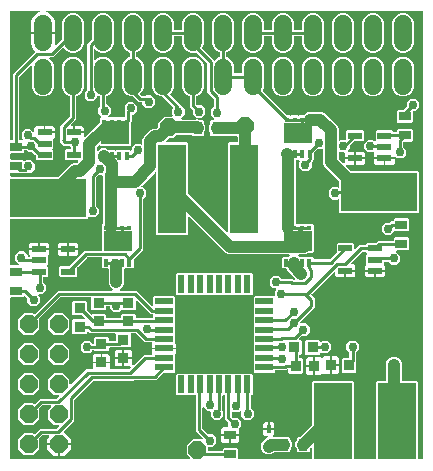
<source format=gbr>
G04 EAGLE Gerber RS-274X export*
G75*
%MOMM*%
%FSLAX34Y34*%
%LPD*%
%INTop Copper*%
%IPPOS*%
%AMOC8*
5,1,8,0,0,1.08239X$1,22.5*%
G01*
G04 Define Apertures*
%ADD10R,0.920900X0.970200*%
%ADD11R,0.970200X0.920900*%
%ADD12R,3.251200X6.451600*%
%ADD13R,6.451600X3.251200*%
%ADD14R,0.420000X0.640000*%
%ADD15R,1.200000X0.600000*%
%ADD16R,0.600000X1.500000*%
%ADD17R,1.500000X0.600000*%
%ADD18P,1.64956X8X22.5*%
%ADD19P,1.64956X8X112.5*%
%ADD20C,1.524000*%
%ADD21R,2.400000X7.500000*%
%ADD22R,0.900000X0.970200*%
%ADD23R,0.932600X0.970200*%
%ADD24R,0.420000X0.700000*%
%ADD25R,0.420000X0.450000*%
%ADD26R,2.370000X1.700000*%
%ADD27R,0.973900X0.798700*%
%ADD28R,0.798700X0.973900*%
%ADD29R,0.970200X0.900000*%
%ADD30R,0.970200X0.932600*%
%ADD31C,1.016000*%
%ADD32C,0.254000*%
%ADD33C,0.756400*%
G36*
X161646Y10220D02*
X161349Y10160D01*
X10922Y10160D01*
X10647Y10211D01*
X10392Y10375D01*
X10220Y10625D01*
X10160Y10922D01*
X10160Y146189D01*
X10211Y146463D01*
X10375Y146719D01*
X10625Y146890D01*
X10922Y146951D01*
X20530Y146951D01*
X21435Y147856D01*
X21470Y148049D01*
X21629Y148307D01*
X21877Y148483D01*
X22173Y148548D01*
X22471Y148492D01*
X22724Y148325D01*
X24471Y146578D01*
X24634Y146336D01*
X24694Y146039D01*
X24694Y142802D01*
X27802Y139694D01*
X32198Y139694D01*
X35306Y142802D01*
X35306Y147198D01*
X34111Y148393D01*
X33958Y148613D01*
X33888Y148908D01*
X33939Y149207D01*
X34102Y149462D01*
X34352Y149634D01*
X34649Y149694D01*
X37198Y149694D01*
X40306Y152802D01*
X40306Y157198D01*
X38017Y159487D01*
X37854Y159728D01*
X37794Y160025D01*
X37794Y163614D01*
X37845Y163889D01*
X38009Y164144D01*
X38259Y164316D01*
X38556Y164376D01*
X40931Y164376D01*
X41824Y165269D01*
X41824Y172531D01*
X41244Y173111D01*
X41086Y173342D01*
X41021Y173638D01*
X41077Y173936D01*
X41244Y174189D01*
X41824Y174769D01*
X41824Y182095D01*
X41805Y182123D01*
X41739Y182419D01*
X41795Y182718D01*
X41963Y182970D01*
X42840Y183848D01*
X42840Y187138D01*
X25760Y187138D01*
X25760Y183752D01*
X25744Y183663D01*
X25886Y183636D01*
X26139Y183469D01*
X26638Y182970D01*
X26796Y182740D01*
X26861Y182444D01*
X26805Y182146D01*
X26776Y182102D01*
X26776Y181956D01*
X26725Y181681D01*
X26561Y181426D01*
X26311Y181254D01*
X26014Y181194D01*
X25600Y181194D01*
X25326Y181245D01*
X25070Y181409D01*
X24899Y181659D01*
X24838Y181956D01*
X24838Y182930D01*
X24854Y183019D01*
X24712Y183045D01*
X24459Y183213D01*
X21730Y185942D01*
X17334Y185942D01*
X14226Y182834D01*
X14226Y178438D01*
X17074Y175590D01*
X17227Y175371D01*
X17297Y175076D01*
X17246Y174777D01*
X17083Y174521D01*
X16833Y174350D01*
X16535Y174290D01*
X10922Y174290D01*
X10647Y174341D01*
X10392Y174504D01*
X10220Y174754D01*
X10160Y175052D01*
X10160Y212874D01*
X10211Y213149D01*
X10375Y213404D01*
X10625Y213576D01*
X10922Y213636D01*
X75307Y213636D01*
X76216Y214544D01*
X76247Y214720D01*
X76406Y214978D01*
X76654Y215153D01*
X76950Y215218D01*
X77248Y215163D01*
X77501Y214995D01*
X77802Y214694D01*
X82198Y214694D01*
X85306Y217802D01*
X85306Y222198D01*
X83017Y224487D01*
X82854Y224728D01*
X82794Y225025D01*
X82794Y248527D01*
X82850Y248813D01*
X83017Y249066D01*
X84095Y250144D01*
X84337Y250307D01*
X84634Y250367D01*
X87634Y250367D01*
X87909Y250316D01*
X88164Y250153D01*
X88336Y249903D01*
X88396Y249605D01*
X88396Y209417D01*
X88340Y209131D01*
X88173Y208878D01*
X87926Y208631D01*
X87926Y187262D01*
X87875Y186987D01*
X87711Y186732D01*
X87461Y186560D01*
X87164Y186500D01*
X72949Y186500D01*
X60096Y173647D01*
X59854Y173484D01*
X59557Y173424D01*
X52669Y173424D01*
X51776Y172531D01*
X51776Y165269D01*
X52669Y164376D01*
X65931Y164376D01*
X66824Y165269D01*
X66824Y172157D01*
X66880Y172443D01*
X67047Y172696D01*
X75040Y180689D01*
X75282Y180852D01*
X75579Y180912D01*
X87164Y180912D01*
X87439Y180861D01*
X87694Y180697D01*
X87866Y180447D01*
X87926Y180150D01*
X87926Y172369D01*
X88819Y171476D01*
X92634Y171476D01*
X92909Y171425D01*
X93164Y171261D01*
X93336Y171011D01*
X93396Y170714D01*
X93396Y158686D01*
X94401Y156259D01*
X96259Y154401D01*
X96601Y154260D01*
X96821Y154120D01*
X97001Y153875D01*
X97071Y153580D01*
X97020Y153281D01*
X96856Y153026D01*
X96606Y152854D01*
X96309Y152794D01*
X50157Y152794D01*
X30723Y133360D01*
X30492Y133202D01*
X30196Y133137D01*
X29898Y133193D01*
X29645Y133360D01*
X29482Y133524D01*
X21906Y133524D01*
X16550Y128168D01*
X16550Y120592D01*
X21906Y115236D01*
X29482Y115236D01*
X34838Y120592D01*
X34838Y128168D01*
X34674Y128331D01*
X34516Y128562D01*
X34451Y128858D01*
X34507Y129156D01*
X34674Y129409D01*
X52248Y146983D01*
X52490Y147146D01*
X52787Y147206D01*
X77763Y147206D01*
X78038Y147155D01*
X78293Y146991D01*
X78465Y146741D01*
X78525Y146444D01*
X78525Y137110D01*
X79418Y136218D01*
X90382Y136218D01*
X91275Y137110D01*
X91275Y138790D01*
X91326Y139065D01*
X91490Y139320D01*
X91740Y139492D01*
X92037Y139552D01*
X93932Y139552D01*
X94207Y139501D01*
X94462Y139337D01*
X94634Y139087D01*
X94694Y138790D01*
X94694Y137802D01*
X97802Y134694D01*
X102198Y134694D01*
X103681Y136177D01*
X103911Y136335D01*
X104207Y136400D01*
X104506Y136344D01*
X104697Y136218D01*
X115682Y136218D01*
X116575Y137110D01*
X116575Y143734D01*
X116622Y143997D01*
X116781Y144255D01*
X117029Y144431D01*
X117325Y144496D01*
X117623Y144440D01*
X117876Y144273D01*
X129143Y133006D01*
X130514Y133006D01*
X130789Y132955D01*
X131044Y132791D01*
X131216Y132541D01*
X131276Y132244D01*
X131276Y132053D01*
X131329Y131812D01*
X131276Y131528D01*
X131276Y130682D01*
X131225Y130407D01*
X131061Y130152D01*
X130811Y129980D01*
X130514Y129920D01*
X121669Y129920D01*
X121620Y129871D01*
X121378Y129708D01*
X121081Y129648D01*
X117337Y129648D01*
X117062Y129699D01*
X116807Y129863D01*
X116635Y130113D01*
X116575Y130410D01*
X116575Y132090D01*
X115682Y132983D01*
X104718Y132983D01*
X103825Y132090D01*
X103825Y130410D01*
X103774Y130135D01*
X103610Y129880D01*
X103360Y129708D01*
X103063Y129648D01*
X92037Y129648D01*
X91762Y129699D01*
X91507Y129863D01*
X91335Y130113D01*
X91275Y130410D01*
X91275Y132090D01*
X90382Y132983D01*
X79418Y132983D01*
X79120Y132685D01*
X78890Y132527D01*
X78593Y132462D01*
X78295Y132517D01*
X78042Y132685D01*
X75523Y135204D01*
X75360Y135446D01*
X75300Y135743D01*
X75300Y142982D01*
X74407Y143875D01*
X63443Y143875D01*
X62550Y142982D01*
X62550Y132720D01*
X63443Y131827D01*
X70682Y131827D01*
X70968Y131771D01*
X71221Y131604D01*
X73025Y129800D01*
X73178Y129580D01*
X73248Y129285D01*
X73197Y128986D01*
X73033Y128731D01*
X72783Y128559D01*
X72486Y128499D01*
X63443Y128499D01*
X62550Y127606D01*
X62550Y117018D01*
X63443Y116125D01*
X74407Y116125D01*
X75300Y117018D01*
X75300Y117256D01*
X75347Y117520D01*
X75506Y117778D01*
X75754Y117953D01*
X76050Y118018D01*
X76348Y117963D01*
X76601Y117795D01*
X77734Y116662D01*
X98663Y116662D01*
X98938Y116610D01*
X99193Y116447D01*
X99365Y116197D01*
X99425Y115900D01*
X99425Y110977D01*
X99374Y110702D01*
X99210Y110446D01*
X98960Y110275D01*
X98663Y110215D01*
X94437Y110215D01*
X94162Y110266D01*
X93907Y110429D01*
X93735Y110679D01*
X93675Y110977D01*
X93675Y112656D01*
X92782Y113549D01*
X81818Y113549D01*
X80925Y112656D01*
X80925Y108556D01*
X80874Y108281D01*
X80710Y108026D01*
X80460Y107854D01*
X80163Y107794D01*
X80025Y107794D01*
X79739Y107850D01*
X79487Y108017D01*
X77198Y110306D01*
X72802Y110306D01*
X69694Y107198D01*
X69694Y102802D01*
X72802Y99694D01*
X77198Y99694D01*
X79487Y101983D01*
X79728Y102146D01*
X80025Y102206D01*
X80588Y102206D01*
X80874Y102150D01*
X81127Y101983D01*
X81818Y101292D01*
X92782Y101292D01*
X93675Y102185D01*
X93675Y103865D01*
X93726Y104139D01*
X93890Y104395D01*
X94140Y104566D01*
X94437Y104627D01*
X103232Y104627D01*
X103400Y104794D01*
X103641Y104957D01*
X103938Y105018D01*
X111282Y105018D01*
X112175Y105910D01*
X112175Y115900D01*
X112226Y116174D01*
X112390Y116430D01*
X112640Y116601D01*
X112937Y116662D01*
X115872Y116662D01*
X116158Y116606D01*
X116410Y116438D01*
X123843Y109006D01*
X129574Y109006D01*
X129838Y108959D01*
X130096Y108800D01*
X130271Y108552D01*
X130336Y108256D01*
X130281Y107958D01*
X130260Y107927D01*
X130260Y104562D01*
X150340Y104562D01*
X150340Y107852D01*
X149547Y108645D01*
X149384Y108887D01*
X149324Y109184D01*
X149324Y115547D01*
X149271Y115788D01*
X149324Y116072D01*
X149324Y123547D01*
X149271Y123788D01*
X149324Y124072D01*
X149324Y131547D01*
X149271Y131788D01*
X149324Y132072D01*
X149324Y139547D01*
X149271Y139788D01*
X149324Y140072D01*
X149324Y147431D01*
X148431Y148324D01*
X132169Y148324D01*
X131276Y147431D01*
X131276Y140615D01*
X131229Y140352D01*
X131070Y140094D01*
X130822Y139918D01*
X130526Y139853D01*
X130228Y139909D01*
X129975Y140076D01*
X117257Y152794D01*
X103691Y152794D01*
X103433Y152839D01*
X103174Y152996D01*
X102997Y153242D01*
X102929Y153538D01*
X102983Y153836D01*
X103148Y154091D01*
X103400Y154260D01*
X103741Y154401D01*
X105599Y156259D01*
X106604Y158686D01*
X106604Y170714D01*
X106655Y170989D01*
X106819Y171244D01*
X107069Y171416D01*
X107260Y171454D01*
X107261Y171456D01*
X107492Y171614D01*
X107788Y171679D01*
X108086Y171623D01*
X108308Y171476D01*
X113781Y171476D01*
X114674Y172369D01*
X114674Y178908D01*
X114730Y179194D01*
X114897Y179447D01*
X122794Y187344D01*
X122794Y229975D01*
X122850Y230261D01*
X123017Y230513D01*
X125306Y232802D01*
X125306Y237198D01*
X122198Y240306D01*
X121797Y240306D01*
X121534Y240353D01*
X121276Y240512D01*
X121100Y240760D01*
X121035Y241056D01*
X121091Y241354D01*
X121258Y241607D01*
X132375Y252724D01*
X132595Y252877D01*
X132890Y252947D01*
X133189Y252896D01*
X133444Y252732D01*
X133616Y252482D01*
X133676Y252185D01*
X133676Y201069D01*
X134569Y200176D01*
X159831Y200176D01*
X160724Y201069D01*
X160724Y214497D01*
X160771Y214760D01*
X160930Y215018D01*
X161178Y215194D01*
X161474Y215259D01*
X161772Y215203D01*
X162025Y215036D01*
X192659Y184401D01*
X195086Y183396D01*
X245967Y183396D01*
X246230Y183349D01*
X246488Y183190D01*
X246664Y182942D01*
X246729Y182646D01*
X246673Y182348D01*
X246506Y182095D01*
X246158Y181747D01*
X245916Y181584D01*
X245619Y181524D01*
X241019Y181524D01*
X240126Y180631D01*
X240126Y172369D01*
X241019Y171476D01*
X243421Y171476D01*
X243702Y171423D01*
X243956Y171257D01*
X244125Y171006D01*
X244651Y169735D01*
X251016Y163371D01*
X251169Y163151D01*
X251239Y162856D01*
X251188Y162557D01*
X251024Y162302D01*
X250774Y162130D01*
X250477Y162070D01*
X250361Y162070D01*
X250075Y162126D01*
X249823Y162293D01*
X249322Y162794D01*
X240025Y162794D01*
X239739Y162850D01*
X239487Y163017D01*
X237198Y165306D01*
X232802Y165306D01*
X229694Y162198D01*
X229694Y157802D01*
X232802Y154694D01*
X234711Y154694D01*
X234974Y154647D01*
X235232Y154488D01*
X235407Y154240D01*
X235472Y153944D01*
X235417Y153646D01*
X235249Y153393D01*
X234054Y152198D01*
X234054Y149086D01*
X234003Y148811D01*
X233839Y148556D01*
X233589Y148384D01*
X233292Y148324D01*
X217169Y148324D01*
X216276Y147431D01*
X216276Y140053D01*
X216329Y139812D01*
X216276Y139528D01*
X216276Y132053D01*
X216329Y131812D01*
X216276Y131528D01*
X216276Y124053D01*
X216329Y123812D01*
X216276Y123528D01*
X216276Y116053D01*
X216329Y115812D01*
X216276Y115528D01*
X216276Y108053D01*
X216329Y107812D01*
X216276Y107528D01*
X216276Y100053D01*
X216329Y99812D01*
X216276Y99528D01*
X216276Y92053D01*
X216329Y91812D01*
X216276Y91528D01*
X216276Y84169D01*
X217169Y83276D01*
X233431Y83276D01*
X234324Y84169D01*
X234324Y84868D01*
X234375Y85143D01*
X234539Y85398D01*
X234789Y85570D01*
X235086Y85630D01*
X243881Y85630D01*
X244134Y85883D01*
X244376Y86046D01*
X244673Y86106D01*
X244863Y86106D01*
X245138Y86055D01*
X245393Y85891D01*
X245565Y85641D01*
X245625Y85344D01*
X245625Y83418D01*
X246518Y82525D01*
X257106Y82525D01*
X257999Y83418D01*
X257999Y94382D01*
X257106Y95275D01*
X255368Y95275D01*
X255093Y95326D01*
X254838Y95490D01*
X254666Y95740D01*
X254606Y96037D01*
X254606Y97463D01*
X254657Y97738D01*
X254821Y97993D01*
X255071Y98165D01*
X255368Y98225D01*
X255790Y98225D01*
X256683Y99118D01*
X256683Y110082D01*
X255790Y110975D01*
X255309Y110975D01*
X255046Y111022D01*
X254788Y111181D01*
X254612Y111429D01*
X254547Y111725D01*
X254603Y112023D01*
X254770Y112276D01*
X256722Y114228D01*
X256964Y114391D01*
X257261Y114451D01*
X260498Y114451D01*
X263606Y117559D01*
X263606Y121955D01*
X260498Y125063D01*
X256068Y125063D01*
X255793Y125114D01*
X255538Y125278D01*
X255366Y125528D01*
X255306Y125825D01*
X255306Y126039D01*
X255362Y126325D01*
X255529Y126578D01*
X267794Y138843D01*
X267794Y146157D01*
X265196Y148755D01*
X265038Y148985D01*
X264973Y149282D01*
X265029Y149580D01*
X265196Y149832D01*
X283999Y168635D01*
X284219Y168788D01*
X284514Y168858D01*
X284813Y168807D01*
X285068Y168644D01*
X285240Y168394D01*
X285300Y168096D01*
X285300Y165424D01*
X286788Y163936D01*
X293078Y163936D01*
X293078Y170238D01*
X302380Y170238D01*
X302380Y173528D01*
X300892Y175016D01*
X299122Y175016D01*
X298859Y175063D01*
X298601Y175222D01*
X298425Y175470D01*
X298360Y175766D01*
X298416Y176064D01*
X298583Y176317D01*
X307725Y185459D01*
X307967Y185622D01*
X308264Y185682D01*
X310554Y185682D01*
X310829Y185631D01*
X311084Y185467D01*
X311256Y185217D01*
X311316Y184920D01*
X311316Y184845D01*
X311896Y184265D01*
X312054Y184034D01*
X312119Y183738D01*
X312063Y183440D01*
X311896Y183187D01*
X311316Y182607D01*
X311316Y175281D01*
X311336Y175253D01*
X311401Y174957D01*
X311345Y174658D01*
X311178Y174406D01*
X310300Y173528D01*
X310300Y170238D01*
X327380Y170238D01*
X327380Y173528D01*
X326503Y174406D01*
X326345Y174636D01*
X326279Y174932D01*
X326335Y175230D01*
X326364Y175274D01*
X326364Y176444D01*
X326415Y176719D01*
X326579Y176974D01*
X326829Y177146D01*
X327126Y177206D01*
X329975Y177206D01*
X330261Y177150D01*
X330513Y176983D01*
X332802Y174694D01*
X337198Y174694D01*
X340306Y177802D01*
X340306Y182198D01*
X337074Y185430D01*
X336921Y185649D01*
X336851Y185944D01*
X336902Y186243D01*
X337066Y186499D01*
X337316Y186670D01*
X337613Y186731D01*
X346701Y186731D01*
X347594Y187623D01*
X347594Y196873D01*
X346701Y197766D01*
X335699Y197766D01*
X334807Y196873D01*
X334807Y195804D01*
X334755Y195529D01*
X334592Y195274D01*
X334342Y195102D01*
X334045Y195042D01*
X321455Y195042D01*
X319636Y193223D01*
X319394Y193060D01*
X319097Y193000D01*
X312209Y193000D01*
X311316Y192107D01*
X311316Y192032D01*
X311265Y191757D01*
X311101Y191502D01*
X310851Y191330D01*
X310554Y191270D01*
X305634Y191270D01*
X302665Y188301D01*
X302445Y188148D01*
X302150Y188078D01*
X301851Y188129D01*
X301596Y188292D01*
X301424Y188542D01*
X301364Y188840D01*
X301364Y192107D01*
X300471Y193000D01*
X287209Y193000D01*
X286316Y192107D01*
X286316Y185219D01*
X286260Y184933D01*
X286093Y184680D01*
X280930Y179517D01*
X280688Y179354D01*
X280391Y179294D01*
X267636Y179294D01*
X267361Y179345D01*
X267106Y179509D01*
X266934Y179759D01*
X266874Y180056D01*
X266874Y180631D01*
X265981Y181524D01*
X260510Y181524D01*
X260308Y181386D01*
X260012Y181321D01*
X259714Y181377D01*
X259492Y181524D01*
X254881Y181524D01*
X254595Y181580D01*
X254342Y181747D01*
X253994Y182095D01*
X253841Y182315D01*
X253771Y182610D01*
X253822Y182909D01*
X253986Y183164D01*
X254236Y183336D01*
X254533Y183396D01*
X259814Y183396D01*
X262241Y184401D01*
X262592Y184753D01*
X262834Y184916D01*
X263131Y184976D01*
X265981Y184976D01*
X266874Y185869D01*
X266874Y208631D01*
X265981Y209524D01*
X260510Y209524D01*
X260308Y209386D01*
X260012Y209321D01*
X259714Y209377D01*
X259492Y209524D01*
X254010Y209524D01*
X253808Y209386D01*
X253512Y209321D01*
X253214Y209377D01*
X252992Y209524D01*
X252366Y209524D01*
X252091Y209575D01*
X251836Y209739D01*
X251664Y209989D01*
X251604Y210286D01*
X251604Y262314D01*
X251655Y262589D01*
X251819Y262844D01*
X252069Y263016D01*
X252366Y263076D01*
X253591Y263076D01*
X253792Y263214D01*
X254088Y263279D01*
X254386Y263223D01*
X254639Y263056D01*
X254658Y263037D01*
X254702Y263029D01*
X254960Y262870D01*
X255135Y262622D01*
X255200Y262326D01*
X255145Y262028D01*
X254977Y261775D01*
X254694Y261492D01*
X254694Y257096D01*
X257802Y253988D01*
X262198Y253988D01*
X265306Y257096D01*
X265306Y261039D01*
X265362Y261325D01*
X265529Y261578D01*
X266644Y262693D01*
X266644Y262823D01*
X266700Y263109D01*
X266867Y263362D01*
X267474Y263969D01*
X267474Y269745D01*
X267530Y270031D01*
X267697Y270284D01*
X269678Y272265D01*
X269920Y272428D01*
X270217Y272488D01*
X273454Y272488D01*
X273737Y272771D01*
X273957Y272924D01*
X274252Y272994D01*
X274551Y272943D01*
X274806Y272780D01*
X274978Y272530D01*
X275038Y272233D01*
X275038Y260511D01*
X276043Y258084D01*
X288577Y245551D01*
X288740Y245309D01*
X288800Y245012D01*
X288800Y240543D01*
X288753Y240280D01*
X288594Y240022D01*
X288346Y239847D01*
X288050Y239782D01*
X287752Y239837D01*
X287499Y240005D01*
X287198Y240306D01*
X282802Y240306D01*
X279694Y237198D01*
X279694Y232802D01*
X282802Y229694D01*
X287198Y229694D01*
X287499Y229995D01*
X287719Y230148D01*
X288014Y230218D01*
X288313Y230167D01*
X288568Y230004D01*
X288740Y229754D01*
X288800Y229457D01*
X288800Y219529D01*
X289693Y218636D01*
X355471Y218636D01*
X356364Y219529D01*
X356364Y253303D01*
X355471Y254196D01*
X298926Y254196D01*
X298640Y254252D01*
X298387Y254419D01*
X294747Y258059D01*
X294594Y258279D01*
X294525Y258574D01*
X294575Y258873D01*
X294739Y259128D01*
X294989Y259300D01*
X295286Y259360D01*
X301145Y259360D01*
X301145Y264138D01*
X293367Y264138D01*
X293367Y261280D01*
X293320Y261016D01*
X293160Y260758D01*
X292913Y260583D01*
X292617Y260518D01*
X292319Y260573D01*
X292066Y260741D01*
X288469Y264337D01*
X288306Y264579D01*
X288246Y264876D01*
X288246Y269439D01*
X288293Y269702D01*
X288452Y269960D01*
X288700Y270135D01*
X288996Y270200D01*
X289294Y270145D01*
X289547Y269977D01*
X289830Y269694D01*
X292605Y269694D01*
X292879Y269643D01*
X293135Y269479D01*
X293306Y269229D01*
X293367Y268932D01*
X293367Y265662D01*
X301145Y265662D01*
X301145Y270440D01*
X296811Y270440D01*
X296548Y270487D01*
X296290Y270646D01*
X296115Y270894D01*
X296050Y271190D01*
X296105Y271488D01*
X296273Y271741D01*
X297334Y272802D01*
X297334Y275061D01*
X297390Y275347D01*
X297557Y275599D01*
X301111Y279153D01*
X301352Y279316D01*
X301649Y279376D01*
X308538Y279376D01*
X309431Y280269D01*
X309431Y287531D01*
X308538Y288424D01*
X295275Y288424D01*
X294383Y287531D01*
X294383Y281068D01*
X294331Y280793D01*
X294168Y280538D01*
X293918Y280366D01*
X293621Y280306D01*
X289830Y280306D01*
X289547Y280023D01*
X289327Y279870D01*
X289032Y279800D01*
X288733Y279851D01*
X288478Y280014D01*
X288306Y280264D01*
X288246Y280561D01*
X288246Y289672D01*
X287241Y292099D01*
X276391Y302949D01*
X273964Y303954D01*
X262536Y303954D01*
X260109Y302949D01*
X258508Y301347D01*
X258266Y301184D01*
X257969Y301124D01*
X254610Y301124D01*
X254408Y300986D01*
X254112Y300921D01*
X253814Y300977D01*
X253592Y301124D01*
X248110Y301124D01*
X247908Y300986D01*
X247612Y300921D01*
X247314Y300977D01*
X247092Y301124D01*
X244843Y301124D01*
X244557Y301180D01*
X244304Y301347D01*
X223964Y321687D01*
X223804Y321923D01*
X223741Y322220D01*
X223799Y322517D01*
X224644Y324557D01*
X224644Y343435D01*
X223252Y346796D01*
X220680Y349368D01*
X217319Y350760D01*
X213681Y350760D01*
X210320Y349368D01*
X207748Y346796D01*
X206356Y343435D01*
X206356Y337552D01*
X206305Y337277D01*
X206141Y337022D01*
X205891Y336850D01*
X205594Y336790D01*
X200006Y336790D01*
X199731Y336841D01*
X199476Y337005D01*
X199304Y337255D01*
X199244Y337552D01*
X199244Y343435D01*
X197852Y346796D01*
X195280Y349368D01*
X193464Y350120D01*
X193226Y350276D01*
X193054Y350527D01*
X192994Y350824D01*
X192994Y354131D01*
X193047Y354411D01*
X193213Y354665D01*
X193464Y354835D01*
X195380Y355628D01*
X197952Y358200D01*
X199344Y361561D01*
X199344Y380439D01*
X197952Y383800D01*
X195380Y386372D01*
X192019Y387764D01*
X188381Y387764D01*
X185020Y386372D01*
X182448Y383800D01*
X181056Y380439D01*
X181056Y361561D01*
X182448Y358200D01*
X185020Y355628D01*
X186936Y354835D01*
X187174Y354678D01*
X187346Y354428D01*
X187406Y354131D01*
X187406Y350907D01*
X187353Y350626D01*
X187187Y350372D01*
X186936Y350203D01*
X184920Y349368D01*
X183313Y347760D01*
X183082Y347602D01*
X182786Y347537D01*
X182488Y347593D01*
X182235Y347760D01*
X180620Y349375D01*
X172690Y357305D01*
X172530Y357541D01*
X172467Y357838D01*
X172525Y358135D01*
X173944Y361561D01*
X173944Y380439D01*
X172552Y383800D01*
X169980Y386372D01*
X166619Y387764D01*
X162981Y387764D01*
X159620Y386372D01*
X157048Y383800D01*
X155656Y380439D01*
X155656Y374556D01*
X155605Y374281D01*
X155441Y374026D01*
X155191Y373854D01*
X154894Y373794D01*
X149306Y373794D01*
X149031Y373845D01*
X148776Y374009D01*
X148604Y374259D01*
X148544Y374556D01*
X148544Y380439D01*
X147152Y383800D01*
X144580Y386372D01*
X141219Y387764D01*
X137581Y387764D01*
X134220Y386372D01*
X131648Y383800D01*
X130256Y380439D01*
X130256Y361561D01*
X131648Y358200D01*
X134220Y355628D01*
X137581Y354236D01*
X141219Y354236D01*
X144580Y355628D01*
X147152Y358200D01*
X148544Y361561D01*
X148544Y367444D01*
X148595Y367719D01*
X148759Y367974D01*
X149009Y368146D01*
X149306Y368206D01*
X154894Y368206D01*
X155169Y368155D01*
X155424Y367991D01*
X155596Y367741D01*
X155656Y367444D01*
X155656Y361561D01*
X157048Y358200D01*
X159620Y355628D01*
X162981Y354236D01*
X166619Y354236D01*
X167024Y354404D01*
X167303Y354462D01*
X167601Y354406D01*
X167854Y354238D01*
X176669Y345424D01*
X176832Y345182D01*
X176892Y344885D01*
X176892Y320905D01*
X181983Y315814D01*
X182146Y315573D01*
X182206Y315275D01*
X182206Y308449D01*
X182150Y308163D01*
X181983Y307911D01*
X179694Y305622D01*
X179694Y301226D01*
X182826Y298094D01*
X182979Y297875D01*
X183049Y297580D01*
X182998Y297281D01*
X182834Y297025D01*
X182584Y296854D01*
X182287Y296794D01*
X180427Y296794D01*
X179535Y295901D01*
X179535Y294488D01*
X179477Y294197D01*
X178448Y291714D01*
X178448Y289086D01*
X179477Y286603D01*
X179535Y286312D01*
X179535Y284899D01*
X180427Y284007D01*
X183079Y284007D01*
X183370Y283949D01*
X183738Y283796D01*
X201734Y283796D01*
X202009Y283745D01*
X202264Y283581D01*
X202436Y283331D01*
X202496Y283034D01*
X202496Y278986D01*
X202445Y278711D01*
X202281Y278456D01*
X202031Y278284D01*
X201734Y278224D01*
X195569Y278224D01*
X194676Y277331D01*
X194676Y202903D01*
X194629Y202640D01*
X194470Y202382D01*
X194222Y202206D01*
X193926Y202141D01*
X193628Y202197D01*
X193375Y202364D01*
X160947Y234792D01*
X160784Y235034D01*
X160724Y235331D01*
X160724Y277331D01*
X159831Y278224D01*
X142603Y278224D01*
X142340Y278271D01*
X142082Y278430D01*
X141906Y278678D01*
X141841Y278974D01*
X141897Y279272D01*
X142064Y279525D01*
X144172Y281633D01*
X144414Y281796D01*
X144711Y281856D01*
X147988Y281856D01*
X150304Y284173D01*
X150546Y284336D01*
X150843Y284396D01*
X163418Y284396D01*
X163704Y284340D01*
X163957Y284173D01*
X164123Y284007D01*
X166775Y284007D01*
X167066Y283949D01*
X167434Y283796D01*
X170062Y283796D01*
X170430Y283949D01*
X170721Y284007D01*
X173373Y284007D01*
X174266Y284899D01*
X174266Y286312D01*
X174324Y286603D01*
X175352Y289086D01*
X175352Y291714D01*
X174324Y294197D01*
X174266Y294488D01*
X174266Y295901D01*
X173373Y296794D01*
X171570Y296794D01*
X171278Y296852D01*
X169437Y297614D01*
X169217Y297754D01*
X169037Y297999D01*
X168967Y298294D01*
X169018Y298593D01*
X169182Y298848D01*
X169432Y299020D01*
X169729Y299080D01*
X172198Y299080D01*
X175306Y302188D01*
X175306Y306584D01*
X172198Y309692D01*
X168961Y309692D01*
X168675Y309748D01*
X168422Y309915D01*
X167717Y310620D01*
X167554Y310862D01*
X167494Y311159D01*
X167494Y317127D01*
X167547Y317407D01*
X167713Y317661D01*
X167964Y317831D01*
X169880Y318624D01*
X172452Y321196D01*
X173844Y324557D01*
X173844Y343435D01*
X172452Y346796D01*
X169880Y349368D01*
X166519Y350760D01*
X162881Y350760D01*
X159520Y349368D01*
X156948Y346796D01*
X155556Y343435D01*
X155556Y324557D01*
X156948Y321196D01*
X159520Y318624D01*
X161436Y317831D01*
X161674Y317674D01*
X161846Y317424D01*
X161906Y317127D01*
X161906Y308529D01*
X164471Y305964D01*
X164634Y305722D01*
X164694Y305425D01*
X164694Y302188D01*
X167977Y298905D01*
X168130Y298685D01*
X168200Y298390D01*
X168149Y298091D01*
X167986Y297836D01*
X167736Y297664D01*
X167439Y297604D01*
X155371Y297604D01*
X155108Y297651D01*
X154850Y297810D01*
X154675Y298058D01*
X154610Y298354D01*
X154665Y298652D01*
X154833Y298905D01*
X157785Y301857D01*
X157785Y306253D01*
X154621Y309416D01*
X154620Y309416D01*
X154367Y309584D01*
X153413Y310538D01*
X145442Y318509D01*
X145284Y318740D01*
X145219Y319036D01*
X145275Y319334D01*
X145442Y319587D01*
X147052Y321196D01*
X148444Y324557D01*
X148444Y343435D01*
X147052Y346796D01*
X144480Y349368D01*
X141119Y350760D01*
X137481Y350760D01*
X134120Y349368D01*
X131548Y346796D01*
X130156Y343435D01*
X130156Y324557D01*
X131548Y321196D01*
X134120Y318624D01*
X137481Y317232D01*
X138501Y317232D01*
X138787Y317176D01*
X139040Y317009D01*
X147946Y308103D01*
X148104Y307873D01*
X148169Y307576D01*
X148113Y307278D01*
X147946Y307025D01*
X147173Y306253D01*
X147173Y301857D01*
X147585Y301445D01*
X147738Y301225D01*
X147808Y300930D01*
X147757Y300631D01*
X147593Y300376D01*
X147343Y300204D01*
X147046Y300144D01*
X140412Y300144D01*
X135056Y294788D01*
X135056Y291511D01*
X135000Y291225D01*
X134833Y290972D01*
X133992Y290131D01*
X133750Y289968D01*
X133453Y289908D01*
X131151Y289908D01*
X128724Y288903D01*
X122997Y283176D01*
X121992Y280749D01*
X121992Y277032D01*
X121945Y276768D01*
X121786Y276510D01*
X121538Y276335D01*
X121242Y276270D01*
X120944Y276325D01*
X120691Y276493D01*
X120408Y276776D01*
X116012Y276776D01*
X112904Y273668D01*
X112904Y272041D01*
X112857Y271778D01*
X112698Y271520D01*
X112450Y271344D01*
X112154Y271279D01*
X111856Y271335D01*
X111603Y271502D01*
X111581Y271524D01*
X106110Y271524D01*
X105908Y271386D01*
X105612Y271321D01*
X105314Y271377D01*
X105092Y271524D01*
X99610Y271524D01*
X99408Y271386D01*
X99112Y271321D01*
X98814Y271377D01*
X98592Y271524D01*
X94166Y271524D01*
X93880Y271580D01*
X93838Y271608D01*
X93541Y271731D01*
X93294Y271896D01*
X93091Y272099D01*
X90664Y273104D01*
X88036Y273104D01*
X85609Y272099D01*
X84609Y271098D01*
X84389Y270945D01*
X84094Y270875D01*
X83795Y270926D01*
X83540Y271090D01*
X83368Y271340D01*
X83308Y271637D01*
X83308Y273653D01*
X83364Y273939D01*
X83531Y274192D01*
X84928Y275589D01*
X85159Y275747D01*
X85455Y275812D01*
X85753Y275756D01*
X86006Y275589D01*
X86619Y274976D01*
X111581Y274976D01*
X112474Y275869D01*
X112474Y295107D01*
X112530Y295393D01*
X112697Y295646D01*
X112794Y295743D01*
X112794Y301082D01*
X112845Y301357D01*
X113009Y301612D01*
X113259Y301784D01*
X113556Y301844D01*
X114348Y301844D01*
X117456Y304952D01*
X117456Y309348D01*
X114348Y312456D01*
X109952Y312456D01*
X106844Y309348D01*
X106844Y304952D01*
X106983Y304813D01*
X107146Y304572D01*
X107206Y304275D01*
X107206Y300286D01*
X107155Y300011D01*
X106991Y299756D01*
X106741Y299584D01*
X106444Y299524D01*
X106110Y299524D01*
X105908Y299386D01*
X105612Y299321D01*
X105314Y299377D01*
X105092Y299524D01*
X99610Y299524D01*
X99408Y299386D01*
X99112Y299321D01*
X98814Y299377D01*
X98592Y299524D01*
X93867Y299524D01*
X93604Y299571D01*
X93346Y299730D01*
X93171Y299978D01*
X93106Y300274D01*
X93161Y300572D01*
X93329Y300825D01*
X95306Y302802D01*
X95306Y307198D01*
X92198Y310306D01*
X92056Y310306D01*
X91781Y310357D01*
X91526Y310521D01*
X91354Y310771D01*
X91294Y311068D01*
X91294Y317127D01*
X91347Y317407D01*
X91513Y317661D01*
X91764Y317831D01*
X93680Y318624D01*
X96252Y321196D01*
X97644Y324557D01*
X97644Y343435D01*
X96252Y346796D01*
X93680Y349368D01*
X90319Y350760D01*
X86681Y350760D01*
X83320Y349368D01*
X82181Y348228D01*
X81961Y348075D01*
X81666Y348006D01*
X81367Y348056D01*
X81112Y348220D01*
X80940Y348470D01*
X80880Y348767D01*
X80880Y356329D01*
X80927Y356592D01*
X81086Y356850D01*
X81334Y357026D01*
X81630Y357091D01*
X81928Y357035D01*
X82181Y356868D01*
X83420Y355628D01*
X86781Y354236D01*
X90419Y354236D01*
X93780Y355628D01*
X96352Y358200D01*
X97744Y361561D01*
X97744Y380439D01*
X96352Y383800D01*
X93780Y386372D01*
X90419Y387764D01*
X86781Y387764D01*
X83420Y386372D01*
X80848Y383800D01*
X79456Y380439D01*
X79456Y366123D01*
X79400Y365837D01*
X79233Y365584D01*
X75292Y361643D01*
X75292Y323111D01*
X75236Y322825D01*
X75069Y322573D01*
X72992Y320496D01*
X72992Y316100D01*
X76100Y312992D01*
X80496Y312992D01*
X83604Y316100D01*
X83604Y317366D01*
X83653Y317635D01*
X83814Y317892D01*
X84063Y318065D01*
X84360Y318128D01*
X84657Y318070D01*
X85236Y317831D01*
X85474Y317674D01*
X85646Y317424D01*
X85706Y317127D01*
X85706Y308525D01*
X85650Y308239D01*
X85483Y307987D01*
X84694Y307198D01*
X84694Y302802D01*
X86757Y300740D01*
X86915Y300509D01*
X86980Y300213D01*
X86924Y299915D01*
X86757Y299662D01*
X85726Y298631D01*
X85726Y295381D01*
X85670Y295095D01*
X85503Y294842D01*
X73941Y283280D01*
X73721Y283127D01*
X73426Y283057D01*
X73127Y283108D01*
X72872Y283272D01*
X72700Y283522D01*
X72640Y283819D01*
X72640Y285938D01*
X63338Y285938D01*
X63338Y292240D01*
X62480Y292240D01*
X62216Y292287D01*
X61958Y292446D01*
X61783Y292694D01*
X61718Y292990D01*
X61773Y293288D01*
X61941Y293541D01*
X65894Y297494D01*
X65894Y317127D01*
X65947Y317407D01*
X66113Y317661D01*
X66364Y317831D01*
X68280Y318624D01*
X70852Y321196D01*
X72244Y324557D01*
X72244Y343435D01*
X70852Y346796D01*
X68280Y349368D01*
X64919Y350760D01*
X61281Y350760D01*
X57920Y349368D01*
X55348Y346796D01*
X53956Y343435D01*
X53956Y324557D01*
X55348Y321196D01*
X57920Y318624D01*
X59836Y317831D01*
X60074Y317674D01*
X60246Y317424D01*
X60306Y317127D01*
X60306Y300124D01*
X60250Y299838D01*
X60083Y299585D01*
X52512Y292015D01*
X52512Y281779D01*
X52456Y281493D01*
X52289Y281240D01*
X52206Y281157D01*
X52206Y278843D01*
X55449Y275600D01*
X59975Y275600D01*
X60261Y275544D01*
X60513Y275377D01*
X61083Y274807D01*
X61246Y274566D01*
X61306Y274269D01*
X61306Y272986D01*
X61255Y272711D01*
X61091Y272456D01*
X60841Y272284D01*
X60544Y272224D01*
X57469Y272224D01*
X56576Y271331D01*
X56576Y264069D01*
X57469Y263176D01*
X66736Y263176D01*
X67000Y263129D01*
X67258Y262970D01*
X67433Y262722D01*
X67498Y262426D01*
X67443Y262128D01*
X67275Y261875D01*
X66259Y260859D01*
X66018Y260696D01*
X65720Y260636D01*
X63720Y260636D01*
X61293Y259631D01*
X51082Y249419D01*
X50840Y249256D01*
X50543Y249196D01*
X10922Y249196D01*
X10647Y249247D01*
X10392Y249411D01*
X10220Y249661D01*
X10160Y249958D01*
X10160Y251910D01*
X10211Y252185D01*
X10375Y252440D01*
X10625Y252612D01*
X10922Y252672D01*
X16280Y252672D01*
X16566Y252616D01*
X16819Y252449D01*
X17062Y252206D01*
X23563Y252206D01*
X23806Y252449D01*
X24048Y252612D01*
X24345Y252672D01*
X27582Y252672D01*
X30690Y255780D01*
X30690Y260176D01*
X27582Y263284D01*
X23186Y263284D01*
X22608Y262706D01*
X22378Y262548D01*
X22082Y262483D01*
X21784Y262539D01*
X21531Y262706D01*
X20530Y263707D01*
X10922Y263707D01*
X10647Y263758D01*
X10392Y263922D01*
X10220Y264172D01*
X10160Y264469D01*
X10160Y268214D01*
X10211Y268489D01*
X10375Y268744D01*
X10625Y268916D01*
X10922Y268976D01*
X20530Y268976D01*
X21423Y269869D01*
X21423Y270938D01*
X21474Y271212D01*
X21638Y271468D01*
X21888Y271639D01*
X22185Y271700D01*
X23275Y271700D01*
X23561Y271644D01*
X23814Y271476D01*
X25596Y269694D01*
X28833Y269694D01*
X29119Y269638D01*
X29372Y269471D01*
X31353Y267490D01*
X31516Y267248D01*
X31576Y266951D01*
X31576Y264069D01*
X32469Y263176D01*
X45731Y263176D01*
X46624Y264069D01*
X46624Y271331D01*
X46044Y271911D01*
X45886Y272142D01*
X45821Y272438D01*
X45877Y272736D01*
X46044Y272989D01*
X46624Y273569D01*
X46624Y280895D01*
X46605Y280923D01*
X46539Y281219D01*
X46595Y281518D01*
X46763Y281770D01*
X47640Y282648D01*
X47640Y285938D01*
X38338Y285938D01*
X38338Y292240D01*
X32048Y292240D01*
X30560Y290752D01*
X30560Y287871D01*
X30513Y287608D01*
X30354Y287350D01*
X30106Y287175D01*
X29810Y287110D01*
X29512Y287165D01*
X29259Y287333D01*
X27198Y289394D01*
X22802Y289394D01*
X19694Y286286D01*
X19694Y281890D01*
X20272Y281312D01*
X20425Y281092D01*
X20495Y280797D01*
X20444Y280498D01*
X20281Y280243D01*
X20031Y280071D01*
X19734Y280011D01*
X18586Y280011D01*
X18311Y280062D01*
X18055Y280226D01*
X17884Y280476D01*
X17824Y280773D01*
X17824Y333557D01*
X17879Y333843D01*
X18047Y334095D01*
X27255Y343304D01*
X27475Y343457D01*
X27770Y343527D01*
X28069Y343476D01*
X28324Y343312D01*
X28496Y343062D01*
X28556Y342765D01*
X28556Y324557D01*
X29948Y321196D01*
X32520Y318624D01*
X35881Y317232D01*
X39519Y317232D01*
X42880Y318624D01*
X45452Y321196D01*
X46844Y324557D01*
X46844Y343435D01*
X45452Y346796D01*
X43376Y348871D01*
X43223Y349091D01*
X43154Y349386D01*
X43204Y349685D01*
X43368Y349940D01*
X43618Y350112D01*
X43915Y350172D01*
X46323Y350172D01*
X54361Y358210D01*
X54592Y358368D01*
X54888Y358433D01*
X55186Y358377D01*
X55439Y358210D01*
X58020Y355628D01*
X61381Y354236D01*
X65019Y354236D01*
X68380Y355628D01*
X70952Y358200D01*
X72344Y361561D01*
X72344Y380439D01*
X70952Y383800D01*
X68380Y386372D01*
X65019Y387764D01*
X61381Y387764D01*
X58020Y386372D01*
X55448Y383800D01*
X54056Y380439D01*
X54056Y366123D01*
X54000Y365837D01*
X53833Y365584D01*
X49261Y361012D01*
X49041Y360859D01*
X48746Y360789D01*
X48447Y360840D01*
X48192Y361004D01*
X48020Y361254D01*
X47960Y361551D01*
X47960Y370238D01*
X27640Y370238D01*
X27640Y361359D01*
X29187Y357625D01*
X30891Y355920D01*
X31049Y355690D01*
X31114Y355394D01*
X31059Y355096D01*
X30891Y354843D01*
X12236Y336187D01*
X12236Y280773D01*
X12184Y280498D01*
X12021Y280243D01*
X11771Y280071D01*
X11474Y280011D01*
X10922Y280011D01*
X10647Y280062D01*
X10392Y280226D01*
X10220Y280476D01*
X10160Y280773D01*
X10160Y389078D01*
X10211Y389353D01*
X10375Y389608D01*
X10625Y389780D01*
X10922Y389840D01*
X34507Y389840D01*
X34765Y389795D01*
X35024Y389638D01*
X35202Y389392D01*
X35269Y389096D01*
X35216Y388798D01*
X35050Y388544D01*
X34799Y388374D01*
X32045Y387233D01*
X29187Y384375D01*
X27640Y380641D01*
X27640Y371762D01*
X47960Y371762D01*
X47960Y380641D01*
X46413Y384375D01*
X43555Y387233D01*
X40801Y388374D01*
X40580Y388514D01*
X40401Y388759D01*
X40331Y389054D01*
X40382Y389353D01*
X40545Y389608D01*
X40796Y389780D01*
X41093Y389840D01*
X359078Y389840D01*
X359353Y389789D01*
X359608Y389625D01*
X359780Y389375D01*
X359840Y389078D01*
X359840Y10922D01*
X359789Y10647D01*
X359625Y10392D01*
X359375Y10220D01*
X359078Y10160D01*
X355960Y10160D01*
X355685Y10211D01*
X355430Y10375D01*
X355258Y10625D01*
X355198Y10922D01*
X355198Y75307D01*
X354305Y76200D01*
X342366Y76200D01*
X342091Y76251D01*
X341836Y76415D01*
X341664Y76665D01*
X341604Y76962D01*
X341604Y91314D01*
X340599Y93741D01*
X338741Y95599D01*
X336314Y96604D01*
X333686Y96604D01*
X331259Y95599D01*
X329401Y93741D01*
X328396Y91314D01*
X328396Y76962D01*
X328345Y76687D01*
X328181Y76432D01*
X327931Y76260D01*
X327634Y76200D01*
X320531Y76200D01*
X319638Y75307D01*
X319638Y10922D01*
X319587Y10647D01*
X319423Y10392D01*
X319173Y10220D01*
X318876Y10160D01*
X301924Y10160D01*
X301649Y10211D01*
X301394Y10375D01*
X301222Y10625D01*
X301162Y10922D01*
X301162Y75307D01*
X300269Y76200D01*
X266495Y76200D01*
X265602Y75307D01*
X265602Y39411D01*
X265546Y39125D01*
X265379Y38872D01*
X255429Y28922D01*
X255188Y28759D01*
X254890Y28699D01*
X253527Y28699D01*
X252635Y27806D01*
X252635Y26394D01*
X252577Y26102D01*
X251548Y23619D01*
X251548Y20992D01*
X252577Y18509D01*
X252635Y18217D01*
X252635Y16805D01*
X253527Y15912D01*
X256179Y15912D01*
X256470Y15854D01*
X256838Y15702D01*
X259466Y15702D01*
X259834Y15854D01*
X260125Y15912D01*
X262777Y15912D01*
X263670Y16805D01*
X263670Y18168D01*
X263725Y18454D01*
X263893Y18707D01*
X264301Y19115D01*
X264521Y19268D01*
X264816Y19338D01*
X265115Y19287D01*
X265370Y19124D01*
X265542Y18874D01*
X265602Y18576D01*
X265602Y10922D01*
X265551Y10647D01*
X265387Y10392D01*
X265137Y10220D01*
X264840Y10160D01*
X203419Y10160D01*
X203144Y10211D01*
X202888Y10375D01*
X202717Y10625D01*
X202657Y10922D01*
X202657Y18778D01*
X201764Y19671D01*
X190762Y19671D01*
X189870Y18778D01*
X189870Y17710D01*
X189818Y17435D01*
X189655Y17179D01*
X189405Y17008D01*
X189108Y16948D01*
X178406Y16948D01*
X178131Y16999D01*
X177876Y17162D01*
X177704Y17412D01*
X177644Y17710D01*
X177644Y19643D01*
X177695Y19917D01*
X177859Y20173D01*
X178109Y20344D01*
X178406Y20405D01*
X181487Y20405D01*
X184595Y23513D01*
X184595Y27908D01*
X181487Y31017D01*
X178250Y31017D01*
X177964Y31072D01*
X177712Y31240D01*
X173017Y35934D01*
X172854Y36176D01*
X172794Y36473D01*
X172794Y53087D01*
X172841Y53350D01*
X173000Y53608D01*
X173248Y53783D01*
X173544Y53848D01*
X173842Y53793D01*
X174095Y53625D01*
X177276Y50444D01*
X178932Y50444D01*
X179207Y50393D01*
X179462Y50230D01*
X179634Y49979D01*
X179694Y49682D01*
X179694Y46226D01*
X182802Y43118D01*
X187198Y43118D01*
X190306Y46226D01*
X190306Y50622D01*
X189817Y51111D01*
X189654Y51352D01*
X189594Y51649D01*
X189594Y63514D01*
X189645Y63789D01*
X189809Y64044D01*
X190059Y64216D01*
X190356Y64276D01*
X190547Y64276D01*
X190788Y64329D01*
X191072Y64276D01*
X191244Y64276D01*
X191519Y64225D01*
X191774Y64061D01*
X191946Y63811D01*
X192006Y63514D01*
X192006Y43800D01*
X194471Y41335D01*
X194634Y41093D01*
X194694Y40796D01*
X194694Y37753D01*
X194643Y37478D01*
X194479Y37223D01*
X194229Y37051D01*
X193932Y36991D01*
X190341Y36991D01*
X188854Y35503D01*
X188854Y31220D01*
X203673Y31220D01*
X203673Y35610D01*
X203728Y35896D01*
X203896Y36149D01*
X205306Y37559D01*
X205306Y41955D01*
X202198Y45063D01*
X198961Y45063D01*
X198675Y45119D01*
X198422Y45286D01*
X197817Y45891D01*
X197654Y46133D01*
X197594Y46430D01*
X197594Y49439D01*
X197641Y49702D01*
X197800Y49960D01*
X198048Y50135D01*
X198344Y50200D01*
X198642Y50145D01*
X198895Y49977D01*
X199178Y49694D01*
X203574Y49694D01*
X204499Y50619D01*
X204719Y50772D01*
X205014Y50842D01*
X205313Y50791D01*
X205568Y50628D01*
X205740Y50378D01*
X205800Y50081D01*
X205800Y46226D01*
X208908Y43118D01*
X213304Y43118D01*
X216412Y46226D01*
X216412Y50622D01*
X213817Y53217D01*
X213654Y53458D01*
X213594Y53755D01*
X213594Y63514D01*
X213645Y63789D01*
X213809Y64044D01*
X214059Y64216D01*
X214356Y64276D01*
X214431Y64276D01*
X215324Y65169D01*
X215324Y81431D01*
X214431Y82324D01*
X207053Y82324D01*
X206812Y82271D01*
X206528Y82324D01*
X199053Y82324D01*
X198812Y82271D01*
X198528Y82324D01*
X191053Y82324D01*
X190812Y82271D01*
X190528Y82324D01*
X183053Y82324D01*
X182812Y82271D01*
X182528Y82324D01*
X175053Y82324D01*
X174812Y82271D01*
X174528Y82324D01*
X167053Y82324D01*
X166812Y82271D01*
X166528Y82324D01*
X159053Y82324D01*
X158812Y82271D01*
X158528Y82324D01*
X151169Y82324D01*
X150276Y81431D01*
X150276Y65169D01*
X151169Y64276D01*
X158547Y64276D01*
X158788Y64329D01*
X159072Y64276D01*
X166444Y64276D01*
X166719Y64225D01*
X166974Y64061D01*
X167146Y63811D01*
X167206Y63514D01*
X167206Y33843D01*
X172824Y28225D01*
X172977Y28005D01*
X173047Y27710D01*
X172996Y27411D01*
X172832Y27156D01*
X172582Y26984D01*
X172285Y26924D01*
X164712Y26924D01*
X159356Y21568D01*
X159356Y13992D01*
X161888Y11461D01*
X162041Y11241D01*
X162110Y10946D01*
X162060Y10647D01*
X161896Y10392D01*
X161646Y10220D01*
G37*
%LPC*%
G36*
X213781Y354236D02*
X217419Y354236D01*
X220780Y355628D01*
X223352Y358200D01*
X224744Y361561D01*
X224744Y367444D01*
X224795Y367719D01*
X224959Y367974D01*
X225209Y368146D01*
X225506Y368206D01*
X231094Y368206D01*
X231369Y368155D01*
X231624Y367991D01*
X231796Y367741D01*
X231856Y367444D01*
X231856Y361561D01*
X233248Y358200D01*
X235820Y355628D01*
X239181Y354236D01*
X242819Y354236D01*
X246180Y355628D01*
X248752Y358200D01*
X250144Y361561D01*
X250144Y367444D01*
X250195Y367719D01*
X250359Y367974D01*
X250609Y368146D01*
X250906Y368206D01*
X256494Y368206D01*
X256769Y368155D01*
X257024Y367991D01*
X257196Y367741D01*
X257256Y367444D01*
X257256Y361561D01*
X258648Y358200D01*
X261220Y355628D01*
X264581Y354236D01*
X268219Y354236D01*
X271580Y355628D01*
X274152Y358200D01*
X275544Y361561D01*
X275544Y380439D01*
X274152Y383800D01*
X271580Y386372D01*
X268219Y387764D01*
X264581Y387764D01*
X261220Y386372D01*
X258648Y383800D01*
X257256Y380439D01*
X257256Y374556D01*
X257205Y374281D01*
X257041Y374026D01*
X256791Y373854D01*
X256494Y373794D01*
X250906Y373794D01*
X250631Y373845D01*
X250376Y374009D01*
X250204Y374259D01*
X250144Y374556D01*
X250144Y380439D01*
X248752Y383800D01*
X246180Y386372D01*
X242819Y387764D01*
X239181Y387764D01*
X235820Y386372D01*
X233248Y383800D01*
X231856Y380439D01*
X231856Y374556D01*
X231805Y374281D01*
X231641Y374026D01*
X231391Y373854D01*
X231094Y373794D01*
X225506Y373794D01*
X225231Y373845D01*
X224976Y374009D01*
X224804Y374259D01*
X224744Y374556D01*
X224744Y380439D01*
X223352Y383800D01*
X220780Y386372D01*
X217419Y387764D01*
X213781Y387764D01*
X210420Y386372D01*
X207848Y383800D01*
X206456Y380439D01*
X206456Y361561D01*
X207848Y358200D01*
X210420Y355628D01*
X213781Y354236D01*
G37*
G36*
X340781Y354236D02*
X344419Y354236D01*
X347780Y355628D01*
X350352Y358200D01*
X351744Y361561D01*
X351744Y380439D01*
X350352Y383800D01*
X347780Y386372D01*
X344419Y387764D01*
X340781Y387764D01*
X337420Y386372D01*
X334848Y383800D01*
X333456Y380439D01*
X333456Y361561D01*
X334848Y358200D01*
X337420Y355628D01*
X340781Y354236D01*
G37*
G36*
X315381Y354236D02*
X319019Y354236D01*
X322380Y355628D01*
X324952Y358200D01*
X326344Y361561D01*
X326344Y380439D01*
X324952Y383800D01*
X322380Y386372D01*
X319019Y387764D01*
X315381Y387764D01*
X312020Y386372D01*
X309448Y383800D01*
X308056Y380439D01*
X308056Y361561D01*
X309448Y358200D01*
X312020Y355628D01*
X315381Y354236D01*
G37*
G36*
X289981Y354236D02*
X293619Y354236D01*
X296980Y355628D01*
X299552Y358200D01*
X300944Y361561D01*
X300944Y380439D01*
X299552Y383800D01*
X296980Y386372D01*
X293619Y387764D01*
X289981Y387764D01*
X286620Y386372D01*
X284048Y383800D01*
X282656Y380439D01*
X282656Y361561D01*
X284048Y358200D01*
X286620Y355628D01*
X289981Y354236D01*
G37*
G36*
X124952Y307544D02*
X129348Y307544D01*
X132456Y310652D01*
X132456Y315048D01*
X129348Y318156D01*
X124952Y318156D01*
X124813Y318017D01*
X124572Y317854D01*
X124275Y317794D01*
X121473Y317794D01*
X121187Y317850D01*
X120934Y318017D01*
X120242Y318709D01*
X120084Y318940D01*
X120019Y319236D01*
X120075Y319534D01*
X120242Y319787D01*
X121652Y321196D01*
X123044Y324557D01*
X123044Y343435D01*
X121652Y346796D01*
X119080Y349368D01*
X117164Y350161D01*
X116926Y350318D01*
X116754Y350568D01*
X116694Y350865D01*
X116694Y354089D01*
X116747Y354370D01*
X116913Y354624D01*
X117164Y354793D01*
X119180Y355628D01*
X121752Y358200D01*
X123144Y361561D01*
X123144Y380439D01*
X121752Y383800D01*
X119180Y386372D01*
X115819Y387764D01*
X112181Y387764D01*
X108820Y386372D01*
X106248Y383800D01*
X104856Y380439D01*
X104856Y361561D01*
X106248Y358200D01*
X108820Y355628D01*
X110636Y354876D01*
X110874Y354720D01*
X111046Y354469D01*
X111106Y354172D01*
X111106Y350865D01*
X111053Y350585D01*
X110887Y350331D01*
X110636Y350161D01*
X108720Y349368D01*
X106148Y346796D01*
X104756Y343435D01*
X104756Y324557D01*
X106148Y321196D01*
X108720Y318624D01*
X112081Y317232D01*
X113501Y317232D01*
X113787Y317176D01*
X114040Y317009D01*
X118843Y312206D01*
X121082Y312206D01*
X121357Y312155D01*
X121612Y311991D01*
X121784Y311741D01*
X121844Y311444D01*
X121844Y310652D01*
X124952Y307544D01*
G37*
G36*
X289881Y317232D02*
X293519Y317232D01*
X296880Y318624D01*
X299452Y321196D01*
X300844Y324557D01*
X300844Y343435D01*
X299452Y346796D01*
X296880Y349368D01*
X293519Y350760D01*
X289881Y350760D01*
X286520Y349368D01*
X283948Y346796D01*
X282556Y343435D01*
X282556Y324557D01*
X283948Y321196D01*
X286520Y318624D01*
X289881Y317232D01*
G37*
G36*
X315281Y317232D02*
X318919Y317232D01*
X322280Y318624D01*
X324852Y321196D01*
X326244Y324557D01*
X326244Y343435D01*
X324852Y346796D01*
X322280Y349368D01*
X318919Y350760D01*
X315281Y350760D01*
X311920Y349368D01*
X309348Y346796D01*
X307956Y343435D01*
X307956Y324557D01*
X309348Y321196D01*
X311920Y318624D01*
X315281Y317232D01*
G37*
G36*
X264481Y317232D02*
X268119Y317232D01*
X271480Y318624D01*
X274052Y321196D01*
X275444Y324557D01*
X275444Y343435D01*
X274052Y346796D01*
X271480Y349368D01*
X268119Y350760D01*
X264481Y350760D01*
X261120Y349368D01*
X258548Y346796D01*
X257156Y343435D01*
X257156Y324557D01*
X258548Y321196D01*
X261120Y318624D01*
X264481Y317232D01*
G37*
G36*
X340681Y317232D02*
X344319Y317232D01*
X347680Y318624D01*
X350252Y321196D01*
X351644Y324557D01*
X351644Y343435D01*
X350252Y346796D01*
X347680Y349368D01*
X344319Y350760D01*
X340681Y350760D01*
X337320Y349368D01*
X334748Y346796D01*
X333356Y343435D01*
X333356Y324557D01*
X334748Y321196D01*
X337320Y318624D01*
X340681Y317232D01*
G37*
G36*
X239081Y317232D02*
X242719Y317232D01*
X246080Y318624D01*
X248652Y321196D01*
X250044Y324557D01*
X250044Y343435D01*
X248652Y346796D01*
X246080Y349368D01*
X242719Y350760D01*
X239081Y350760D01*
X235720Y349368D01*
X233148Y346796D01*
X231756Y343435D01*
X231756Y324557D01*
X233148Y321196D01*
X235720Y318624D01*
X239081Y317232D01*
G37*
G36*
X338799Y294865D02*
X349801Y294865D01*
X350694Y295758D01*
X350694Y303932D01*
X350745Y304207D01*
X350908Y304462D01*
X351158Y304634D01*
X351456Y304694D01*
X353256Y304694D01*
X356364Y307802D01*
X356364Y312198D01*
X353256Y315306D01*
X348860Y315306D01*
X345752Y312198D01*
X345752Y308961D01*
X345696Y308675D01*
X345529Y308422D01*
X343230Y306123D01*
X342988Y305960D01*
X342691Y305900D01*
X338799Y305900D01*
X337907Y305007D01*
X337907Y295758D01*
X338799Y294865D01*
G37*
G36*
X39862Y287462D02*
X47640Y287462D01*
X47640Y290752D01*
X46152Y292240D01*
X39862Y292240D01*
X39862Y287462D01*
G37*
G36*
X64862Y287462D02*
X72640Y287462D01*
X72640Y290752D01*
X71152Y292240D01*
X64862Y292240D01*
X64862Y287462D01*
G37*
G36*
X337802Y264694D02*
X342198Y264694D01*
X345306Y267802D01*
X345306Y272198D01*
X343017Y274487D01*
X342854Y274728D01*
X342794Y275025D01*
X342794Y277799D01*
X342845Y278074D01*
X343009Y278329D01*
X343259Y278501D01*
X343556Y278561D01*
X349801Y278561D01*
X350694Y279454D01*
X350694Y288703D01*
X349801Y289596D01*
X338799Y289596D01*
X337907Y288703D01*
X337907Y287635D01*
X337855Y287360D01*
X337692Y287104D01*
X337442Y286933D01*
X337145Y286873D01*
X335193Y286873D01*
X334918Y286924D01*
X334662Y287087D01*
X334491Y287337D01*
X334457Y287505D01*
X333538Y288424D01*
X320275Y288424D01*
X319383Y287531D01*
X319383Y279961D01*
X319336Y279698D01*
X319176Y279440D01*
X318929Y279264D01*
X318633Y279199D01*
X318335Y279255D01*
X318082Y279422D01*
X317198Y280306D01*
X312802Y280306D01*
X309694Y277198D01*
X309694Y272802D01*
X312802Y269694D01*
X317255Y269694D01*
X317285Y269715D01*
X317580Y269785D01*
X317879Y269734D01*
X318135Y269570D01*
X318306Y269320D01*
X318367Y269023D01*
X318367Y265662D01*
X335610Y265662D01*
X335653Y265731D01*
X335900Y265907D01*
X336196Y265972D01*
X336494Y265916D01*
X336747Y265749D01*
X337802Y264694D01*
G37*
G36*
X302669Y265662D02*
X310447Y265662D01*
X310447Y268952D01*
X308959Y270440D01*
X302669Y270440D01*
X302669Y265662D01*
G37*
G36*
X302669Y259360D02*
X308959Y259360D01*
X310447Y260848D01*
X310447Y264138D01*
X302669Y264138D01*
X302669Y259360D01*
G37*
G36*
X319854Y259360D02*
X326145Y259360D01*
X326145Y264138D01*
X318367Y264138D01*
X318367Y260848D01*
X319854Y259360D01*
G37*
G36*
X327669Y259360D02*
X333959Y259360D01*
X335447Y260848D01*
X335447Y264138D01*
X327669Y264138D01*
X327669Y259360D01*
G37*
G36*
X327802Y199694D02*
X332198Y199694D01*
X335315Y202811D01*
X335557Y202974D01*
X335854Y203035D01*
X346701Y203035D01*
X347594Y203927D01*
X347594Y213177D01*
X346701Y214070D01*
X335699Y214070D01*
X334807Y213177D01*
X334807Y212108D01*
X334755Y211833D01*
X334592Y211578D01*
X334342Y211406D01*
X334045Y211346D01*
X332395Y211346D01*
X331578Y210529D01*
X331336Y210366D01*
X331039Y210306D01*
X327802Y210306D01*
X324694Y207198D01*
X324694Y202802D01*
X327802Y199694D01*
G37*
G36*
X25760Y188662D02*
X33538Y188662D01*
X33538Y193440D01*
X27248Y193440D01*
X25760Y191952D01*
X25760Y188662D01*
G37*
G36*
X50760Y188662D02*
X58538Y188662D01*
X58538Y193440D01*
X52248Y193440D01*
X50760Y191952D01*
X50760Y188662D01*
G37*
G36*
X60062Y188662D02*
X67840Y188662D01*
X67840Y191952D01*
X66352Y193440D01*
X60062Y193440D01*
X60062Y188662D01*
G37*
G36*
X35062Y188662D02*
X42840Y188662D01*
X42840Y191952D01*
X41352Y193440D01*
X35062Y193440D01*
X35062Y188662D01*
G37*
G36*
X60062Y182360D02*
X66352Y182360D01*
X67840Y183848D01*
X67840Y187138D01*
X60062Y187138D01*
X60062Y182360D01*
G37*
G36*
X52248Y182360D02*
X58538Y182360D01*
X58538Y187138D01*
X50760Y187138D01*
X50760Y183848D01*
X52248Y182360D01*
G37*
G36*
X294602Y163936D02*
X300892Y163936D01*
X302380Y165424D01*
X302380Y168714D01*
X294602Y168714D01*
X294602Y163936D01*
G37*
G36*
X319602Y163936D02*
X325892Y163936D01*
X327380Y165424D01*
X327380Y168714D01*
X319602Y168714D01*
X319602Y163936D01*
G37*
G36*
X311788Y163936D02*
X318078Y163936D01*
X318078Y168714D01*
X310300Y168714D01*
X310300Y165424D01*
X311788Y163936D01*
G37*
G36*
X151169Y149276D02*
X158547Y149276D01*
X158788Y149329D01*
X159072Y149276D01*
X166547Y149276D01*
X166788Y149329D01*
X167072Y149276D01*
X174547Y149276D01*
X174788Y149329D01*
X175072Y149276D01*
X182547Y149276D01*
X182788Y149329D01*
X183072Y149276D01*
X190547Y149276D01*
X190788Y149329D01*
X191072Y149276D01*
X198547Y149276D01*
X198788Y149329D01*
X199072Y149276D01*
X206547Y149276D01*
X206788Y149329D01*
X207072Y149276D01*
X214431Y149276D01*
X215324Y150169D01*
X215324Y166431D01*
X214431Y167324D01*
X207053Y167324D01*
X206812Y167271D01*
X206528Y167324D01*
X199053Y167324D01*
X198812Y167271D01*
X198528Y167324D01*
X191053Y167324D01*
X190812Y167271D01*
X190528Y167324D01*
X183053Y167324D01*
X182812Y167271D01*
X182528Y167324D01*
X175053Y167324D01*
X174812Y167271D01*
X174528Y167324D01*
X167053Y167324D01*
X166812Y167271D01*
X166528Y167324D01*
X159053Y167324D01*
X158812Y167271D01*
X158528Y167324D01*
X151169Y167324D01*
X150276Y166431D01*
X150276Y150169D01*
X151169Y149276D01*
G37*
G36*
X47306Y115236D02*
X54882Y115236D01*
X60238Y120592D01*
X60238Y128168D01*
X54882Y133524D01*
X47306Y133524D01*
X41950Y128168D01*
X41950Y120592D01*
X47306Y115236D01*
G37*
G36*
X260810Y98225D02*
X271282Y98225D01*
X272175Y99118D01*
X272175Y99942D01*
X272221Y100206D01*
X272381Y100464D01*
X272628Y100639D01*
X272924Y100704D01*
X273222Y100649D01*
X273475Y100481D01*
X274262Y99694D01*
X278658Y99694D01*
X281766Y102802D01*
X281766Y107198D01*
X278658Y110306D01*
X274262Y110306D01*
X273475Y109519D01*
X273256Y109366D01*
X272961Y109296D01*
X272662Y109347D01*
X272406Y109510D01*
X272235Y109760D01*
X272175Y110058D01*
X272175Y110082D01*
X271282Y110975D01*
X260810Y110975D01*
X259918Y110082D01*
X259918Y99118D01*
X260810Y98225D01*
G37*
G36*
X291610Y83225D02*
X302082Y83225D01*
X302975Y84118D01*
X302975Y95103D01*
X302854Y95281D01*
X302794Y95578D01*
X302794Y99975D01*
X302850Y100261D01*
X303017Y100513D01*
X305306Y102802D01*
X305306Y107198D01*
X302198Y110306D01*
X297802Y110306D01*
X294694Y107198D01*
X294694Y102802D01*
X296983Y100513D01*
X297146Y100272D01*
X297206Y99975D01*
X297206Y96737D01*
X297155Y96462D01*
X296991Y96207D01*
X296741Y96035D01*
X296444Y95975D01*
X291610Y95975D01*
X290718Y95082D01*
X290718Y84118D01*
X291610Y83225D01*
G37*
G36*
X21906Y89836D02*
X29482Y89836D01*
X34838Y95192D01*
X34838Y102768D01*
X29482Y108124D01*
X21906Y108124D01*
X16550Y102768D01*
X16550Y95192D01*
X21906Y89836D01*
G37*
G36*
X47306Y89836D02*
X54882Y89836D01*
X60238Y95192D01*
X60238Y102768D01*
X54882Y108124D01*
X47306Y108124D01*
X41950Y102768D01*
X41950Y95192D01*
X47306Y89836D01*
G37*
G36*
X21906Y13636D02*
X29482Y13636D01*
X34838Y18992D01*
X34838Y26568D01*
X34674Y26731D01*
X34516Y26962D01*
X34451Y27258D01*
X34507Y27556D01*
X34674Y27809D01*
X37042Y30177D01*
X37284Y30340D01*
X37581Y30400D01*
X42506Y30400D01*
X42769Y30353D01*
X43027Y30194D01*
X43203Y29946D01*
X43268Y29650D01*
X43212Y29352D01*
X43045Y29099D01*
X40934Y26988D01*
X40934Y23542D01*
X61254Y23542D01*
X61254Y26988D01*
X55457Y32786D01*
X55299Y33016D01*
X55233Y33313D01*
X55289Y33611D01*
X55457Y33864D01*
X64302Y42709D01*
X64302Y60035D01*
X64358Y60321D01*
X64525Y60574D01*
X80126Y76174D01*
X80367Y76337D01*
X80664Y76398D01*
X114649Y76398D01*
X115234Y76983D01*
X115476Y77146D01*
X115773Y77206D01*
X133657Y77206D01*
X139504Y83053D01*
X139746Y83216D01*
X140043Y83276D01*
X148431Y83276D01*
X149324Y84169D01*
X149324Y91547D01*
X149271Y91788D01*
X149324Y92072D01*
X149324Y98416D01*
X149380Y98702D01*
X149547Y98955D01*
X150340Y99748D01*
X150340Y103038D01*
X130260Y103038D01*
X130260Y99684D01*
X130266Y99675D01*
X130336Y99380D01*
X130285Y99081D01*
X130122Y98826D01*
X129872Y98654D01*
X129574Y98594D01*
X123196Y98594D01*
X114492Y89890D01*
X114272Y89737D01*
X113977Y89668D01*
X113678Y89718D01*
X113423Y89882D01*
X113251Y90132D01*
X113191Y90429D01*
X113191Y94892D01*
X106562Y94892D01*
X106562Y88510D01*
X111271Y88510D01*
X111535Y88463D01*
X111793Y88303D01*
X111968Y88056D01*
X112033Y87760D01*
X111978Y87462D01*
X111810Y87209D01*
X110874Y86273D01*
X110633Y86110D01*
X110335Y86050D01*
X95453Y86050D01*
X95178Y86101D01*
X94923Y86264D01*
X94751Y86514D01*
X94691Y86812D01*
X94691Y91167D01*
X79909Y91167D01*
X79909Y86812D01*
X79858Y86537D01*
X79694Y86281D01*
X79444Y86110D01*
X79147Y86050D01*
X74340Y86050D01*
X61539Y73249D01*
X61319Y73096D01*
X61024Y73026D01*
X60725Y73077D01*
X60470Y73240D01*
X60298Y73490D01*
X60238Y73787D01*
X60238Y77368D01*
X54882Y82724D01*
X47306Y82724D01*
X41950Y77368D01*
X41950Y69792D01*
X47306Y64436D01*
X50887Y64436D01*
X51150Y64389D01*
X51408Y64230D01*
X51584Y63982D01*
X51649Y63686D01*
X51593Y63388D01*
X51426Y63135D01*
X49902Y61611D01*
X49660Y61448D01*
X49363Y61388D01*
X34951Y61388D01*
X30723Y57160D01*
X30492Y57002D01*
X30196Y56937D01*
X29898Y56993D01*
X29645Y57160D01*
X29482Y57324D01*
X21906Y57324D01*
X16550Y51968D01*
X16550Y44392D01*
X21906Y39036D01*
X29482Y39036D01*
X34838Y44392D01*
X34838Y51968D01*
X34674Y52131D01*
X34516Y52362D01*
X34451Y52658D01*
X34507Y52956D01*
X34674Y53209D01*
X37042Y55577D01*
X37284Y55740D01*
X37581Y55800D01*
X43943Y55800D01*
X44206Y55753D01*
X44464Y55594D01*
X44640Y55346D01*
X44705Y55050D01*
X44649Y54752D01*
X44482Y54499D01*
X41950Y51968D01*
X41950Y44392D01*
X47306Y39036D01*
X50887Y39036D01*
X51150Y38989D01*
X51408Y38830D01*
X51584Y38582D01*
X51649Y38286D01*
X51593Y37988D01*
X51426Y37735D01*
X49902Y36211D01*
X49660Y36048D01*
X49363Y35988D01*
X34951Y35988D01*
X30723Y31760D01*
X30492Y31602D01*
X30196Y31537D01*
X29898Y31593D01*
X29645Y31760D01*
X29482Y31924D01*
X21906Y31924D01*
X16550Y26568D01*
X16550Y18992D01*
X21906Y13636D01*
G37*
G36*
X106562Y96416D02*
X113191Y96416D01*
X113191Y101311D01*
X111703Y102799D01*
X106562Y102799D01*
X106562Y96416D01*
G37*
G36*
X98409Y96416D02*
X105038Y96416D01*
X105038Y102799D01*
X99897Y102799D01*
X98409Y101311D01*
X98409Y96416D01*
G37*
G36*
X88062Y92691D02*
X94691Y92691D01*
X94691Y97585D01*
X93203Y99073D01*
X88062Y99073D01*
X88062Y92691D01*
G37*
G36*
X79909Y92691D02*
X86538Y92691D01*
X86538Y99073D01*
X81397Y99073D01*
X79909Y97585D01*
X79909Y92691D01*
G37*
G36*
X268113Y81509D02*
X272903Y81509D01*
X274111Y82717D01*
X274342Y82875D01*
X274638Y82940D01*
X274936Y82885D01*
X275189Y82717D01*
X275697Y82209D01*
X280592Y82209D01*
X280592Y96991D01*
X275697Y96991D01*
X274489Y95783D01*
X274259Y95625D01*
X273962Y95560D01*
X273664Y95615D01*
X273411Y95783D01*
X272903Y96291D01*
X268113Y96291D01*
X268113Y81509D01*
G37*
G36*
X282116Y90362D02*
X288499Y90362D01*
X288499Y95503D01*
X287011Y96991D01*
X282116Y96991D01*
X282116Y90362D01*
G37*
G36*
X260311Y89662D02*
X266589Y89662D01*
X266589Y96291D01*
X261799Y96291D01*
X260311Y94803D01*
X260311Y89662D01*
G37*
G36*
X99897Y88510D02*
X105038Y88510D01*
X105038Y94892D01*
X98409Y94892D01*
X98409Y89997D01*
X99897Y88510D01*
G37*
G36*
X282116Y82209D02*
X287011Y82209D01*
X288499Y83697D01*
X288499Y88838D01*
X282116Y88838D01*
X282116Y82209D01*
G37*
G36*
X261799Y81509D02*
X266589Y81509D01*
X266589Y88138D01*
X260311Y88138D01*
X260311Y82997D01*
X261799Y81509D01*
G37*
G36*
X21906Y64436D02*
X29482Y64436D01*
X34838Y69792D01*
X34838Y77368D01*
X29482Y82724D01*
X21906Y82724D01*
X16550Y77368D01*
X16550Y69792D01*
X21906Y64436D01*
G37*
G36*
X224360Y36362D02*
X228238Y36362D01*
X228238Y41340D01*
X225848Y41340D01*
X224360Y39852D01*
X224360Y36362D01*
G37*
G36*
X229762Y36362D02*
X233640Y36362D01*
X233640Y39852D01*
X232152Y41340D01*
X229762Y41340D01*
X229762Y36362D01*
G37*
G36*
X227686Y13996D02*
X230314Y13996D01*
X232741Y15001D01*
X233218Y15478D01*
X233459Y15641D01*
X233757Y15702D01*
X243162Y15702D01*
X243530Y15854D01*
X243821Y15912D01*
X246473Y15912D01*
X247366Y16805D01*
X247366Y18217D01*
X247424Y18509D01*
X248452Y20992D01*
X248452Y23619D01*
X247424Y26102D01*
X247366Y26394D01*
X247366Y27806D01*
X246473Y28699D01*
X243821Y28699D01*
X243530Y28757D01*
X243162Y28910D01*
X233041Y28910D01*
X232778Y28956D01*
X232520Y29116D01*
X232344Y29363D01*
X232279Y29659D01*
X232335Y29957D01*
X232502Y30210D01*
X233640Y31348D01*
X233640Y34838D01*
X224360Y34838D01*
X224360Y31348D01*
X225848Y29860D01*
X227856Y29860D01*
X228113Y29815D01*
X228373Y29658D01*
X228550Y29412D01*
X228618Y29116D01*
X228564Y28818D01*
X228399Y28564D01*
X228147Y28394D01*
X226965Y27904D01*
X223401Y24341D01*
X222396Y21914D01*
X222396Y19286D01*
X223401Y16859D01*
X225259Y15001D01*
X227686Y13996D01*
G37*
G36*
X197025Y23924D02*
X202185Y23924D01*
X203673Y25412D01*
X203673Y29696D01*
X197025Y29696D01*
X197025Y23924D01*
G37*
G36*
X190341Y23924D02*
X195501Y23924D01*
X195501Y29696D01*
X188854Y29696D01*
X188854Y25412D01*
X190341Y23924D01*
G37*
G36*
X51856Y12620D02*
X55302Y12620D01*
X61254Y18572D01*
X61254Y22018D01*
X51856Y22018D01*
X51856Y12620D01*
G37*
G36*
X46886Y12620D02*
X50332Y12620D01*
X50332Y22018D01*
X40934Y22018D01*
X40934Y18572D01*
X46886Y12620D01*
G37*
%LPD*%
D10*
X281354Y89600D03*
X296846Y89600D03*
X250554Y104600D03*
X266046Y104600D03*
D11*
X105800Y95654D03*
X105800Y111146D03*
X87300Y91929D03*
X87300Y107421D03*
X110200Y126854D03*
X110200Y142346D03*
X84900Y126854D03*
X84900Y142346D03*
D12*
X283382Y42418D03*
X337418Y42418D03*
D13*
X42418Y231416D03*
X322582Y236416D03*
D14*
X229000Y35600D03*
X229000Y20600D03*
D15*
X39100Y286700D03*
X39100Y277200D03*
X39100Y267700D03*
X64100Y267700D03*
X64100Y286700D03*
X34300Y187900D03*
X34300Y178400D03*
X34300Y168900D03*
X59300Y168900D03*
X59300Y187900D03*
X318840Y169476D03*
X318840Y178976D03*
X318840Y188476D03*
X293840Y188476D03*
X293840Y169476D03*
X326907Y264900D03*
X326907Y274400D03*
X326907Y283900D03*
X301907Y283900D03*
X301907Y264900D03*
D16*
X154800Y73300D03*
X162800Y73300D03*
X170800Y73300D03*
X178800Y73300D03*
X186800Y73300D03*
X194800Y73300D03*
X202800Y73300D03*
X210800Y73300D03*
D17*
X225300Y87800D03*
X225300Y95800D03*
X225300Y103800D03*
X225300Y111800D03*
X225300Y119800D03*
X225300Y127800D03*
X225300Y135800D03*
X225300Y143800D03*
D16*
X210800Y158300D03*
X202800Y158300D03*
X194800Y158300D03*
X186800Y158300D03*
X178800Y158300D03*
X170800Y158300D03*
X162800Y158300D03*
X154800Y158300D03*
D17*
X140300Y143800D03*
X140300Y135800D03*
X140300Y127800D03*
X140300Y119800D03*
X140300Y111800D03*
X140300Y103800D03*
X140300Y95800D03*
X140300Y87800D03*
D18*
X168500Y17780D03*
D19*
X51094Y22780D03*
X25694Y22780D03*
X51094Y48180D03*
X25694Y48180D03*
X51094Y73580D03*
X25694Y73580D03*
X51094Y98980D03*
X25694Y98980D03*
X51094Y124380D03*
X25694Y124380D03*
D18*
X144200Y291000D03*
X209100Y292200D03*
D20*
X37700Y326376D02*
X37700Y341616D01*
X63100Y341616D02*
X63100Y326376D01*
X88500Y326376D02*
X88500Y341616D01*
X113900Y341616D02*
X113900Y326376D01*
X139300Y326376D02*
X139300Y341616D01*
X164700Y341616D02*
X164700Y326376D01*
X190100Y326376D02*
X190100Y341616D01*
X215500Y341616D02*
X215500Y326376D01*
X240900Y326376D02*
X240900Y341616D01*
X266300Y341616D02*
X266300Y326376D01*
X291700Y326376D02*
X291700Y341616D01*
X317100Y341616D02*
X317100Y326376D01*
X342500Y326376D02*
X342500Y341616D01*
X37800Y363380D02*
X37800Y378620D01*
X63200Y378620D02*
X63200Y363380D01*
X88600Y363380D02*
X88600Y378620D01*
X114000Y378620D02*
X114000Y363380D01*
X139400Y363380D02*
X139400Y378620D01*
X164800Y378620D02*
X164800Y363380D01*
X190200Y363380D02*
X190200Y378620D01*
X215600Y378620D02*
X215600Y363380D01*
X241000Y363380D02*
X241000Y378620D01*
X266400Y378620D02*
X266400Y363380D01*
X291800Y363380D02*
X291800Y378620D01*
X317200Y378620D02*
X317200Y363380D01*
X342600Y363380D02*
X342600Y378620D01*
D21*
X208200Y239200D03*
X147200Y239200D03*
D22*
X267351Y88900D03*
D23*
X251812Y88900D03*
D24*
X89350Y266500D03*
X95850Y266500D03*
X102350Y266500D03*
X108850Y266500D03*
D25*
X108850Y295750D03*
X102350Y295750D03*
X95850Y295750D03*
X89350Y295750D03*
D26*
X99100Y285000D03*
D24*
X91550Y176500D03*
X98050Y176500D03*
X104550Y176500D03*
X111050Y176500D03*
D25*
X111050Y205750D03*
X104550Y205750D03*
X98050Y205750D03*
X91550Y205750D03*
D26*
X101300Y195000D03*
D24*
X243750Y176500D03*
X250250Y176500D03*
X256750Y176500D03*
X263250Y176500D03*
D25*
X263250Y205750D03*
X256750Y205750D03*
X250250Y205750D03*
X243750Y205750D03*
D26*
X253500Y195000D03*
D24*
X244350Y268100D03*
X250850Y268100D03*
X257350Y268100D03*
X263850Y268100D03*
D25*
X263850Y297350D03*
X257350Y297350D03*
X250850Y297350D03*
X244350Y297350D03*
D26*
X254100Y286600D03*
D27*
X15030Y274494D03*
X15030Y258190D03*
X344300Y284079D03*
X344300Y300383D03*
X341200Y192248D03*
X341200Y208552D03*
X15030Y168772D03*
X15030Y152468D03*
D28*
X258152Y22306D03*
X241848Y22306D03*
X168748Y290400D03*
X185052Y290400D03*
D27*
X196263Y14154D03*
X196263Y30458D03*
D29*
X68925Y137851D03*
D30*
X68925Y122312D03*
D31*
X263850Y297350D02*
X272650Y297350D01*
D32*
X263850Y297350D02*
X257350Y297350D01*
X250850Y297350D01*
X244350Y297350D01*
X257350Y297350D02*
X257350Y289850D01*
X254100Y286600D01*
D31*
X307051Y236416D02*
X322582Y236416D01*
D32*
X286416Y236416D01*
X285000Y235000D01*
D33*
X285000Y235000D03*
D32*
X215500Y326200D02*
X215500Y333996D01*
X215500Y326200D02*
X244350Y297350D01*
X215500Y333996D02*
X190100Y333996D01*
X190200Y334096D02*
X190200Y371000D01*
X190200Y334096D02*
X190100Y333996D01*
D31*
X281642Y261825D02*
X307051Y236416D01*
X281642Y288358D02*
X272650Y297350D01*
X281642Y288358D02*
X281642Y261825D01*
D33*
X179289Y25711D03*
D32*
X170000Y35000D01*
X170000Y72500D01*
X170800Y73300D01*
X108850Y295750D02*
X102350Y295750D01*
X95850Y295750D01*
X89350Y295750D01*
X95850Y295750D02*
X99100Y292500D01*
X99100Y285000D01*
D31*
X90000Y290000D02*
X76704Y276704D01*
X76704Y261965D01*
X65034Y254032D02*
X42418Y231416D01*
X65034Y254032D02*
X68771Y254032D01*
X76704Y261965D01*
D32*
X99100Y285000D02*
X89350Y294750D01*
X89350Y295750D01*
X108850Y295750D02*
X110000Y296900D01*
X110000Y305000D01*
X215600Y371000D02*
X241000Y371000D01*
X266400Y371000D01*
D33*
X112150Y307150D03*
D32*
X110000Y305000D01*
X90000Y295100D02*
X89350Y295750D01*
X90000Y295100D02*
X90000Y290000D01*
X178800Y73300D02*
X178800Y53984D01*
D33*
X179474Y55750D03*
D32*
X179474Y54658D02*
X178800Y53984D01*
X179474Y54658D02*
X179474Y55750D01*
D33*
X74735Y260865D03*
D32*
X75604Y260865D02*
X76704Y261965D01*
X75604Y260865D02*
X74735Y260865D01*
D33*
X65000Y278394D03*
D32*
X64100Y277494D02*
X64100Y267700D01*
X64100Y277494D02*
X65000Y278394D01*
X55306Y280306D02*
X55000Y280000D01*
X55306Y290857D02*
X63100Y298651D01*
X55306Y290857D02*
X55306Y280306D01*
X55000Y280000D02*
X56606Y278394D01*
X65000Y278394D01*
D33*
X118210Y271470D03*
D32*
X113240Y266500D02*
X108850Y266500D01*
X113240Y266500D02*
X118210Y271470D01*
X63100Y298651D02*
X63100Y333996D01*
X300000Y105000D02*
X300000Y92754D01*
X296846Y89600D01*
D33*
X300000Y105000D03*
D32*
X100000Y140000D02*
X97654Y142346D01*
X84900Y142346D01*
D33*
X100000Y140000D03*
D32*
X100200Y142346D02*
X110200Y142346D01*
X100200Y142346D02*
X100000Y142146D01*
X100000Y140000D01*
X243750Y176500D02*
X250250Y176500D01*
X256750Y176500D01*
D33*
X100000Y160000D03*
D31*
X100000Y174550D01*
D32*
X34300Y178400D02*
X21600Y178400D01*
D33*
X19532Y180636D03*
D32*
X19532Y180468D02*
X21600Y178400D01*
X19532Y180468D02*
X19532Y180636D01*
D33*
X276460Y105000D03*
D32*
X276060Y104600D01*
X266046Y104600D01*
X333552Y208552D02*
X341200Y208552D01*
X333552Y208552D02*
X330000Y205000D01*
D33*
X330000Y205000D03*
D32*
X319864Y180000D02*
X318840Y178976D01*
X319864Y180000D02*
X335000Y180000D01*
D33*
X335000Y180000D03*
D32*
X18219Y255000D02*
X15030Y258190D01*
X91550Y176500D02*
X98050Y176500D01*
X100000Y174550D01*
X98050Y176500D02*
X104550Y176500D01*
X22532Y152468D02*
X15030Y152468D01*
X22532Y152468D02*
X30000Y145000D01*
D33*
X30000Y145000D03*
D32*
X326307Y275000D02*
X326907Y274400D01*
X326307Y275000D02*
X315000Y275000D01*
D33*
X315000Y275000D03*
X351058Y310000D03*
D32*
X344300Y303242D01*
X344300Y300383D01*
D31*
X335000Y44836D02*
X337418Y42418D01*
X335000Y44836D02*
X335000Y90000D01*
D33*
X335000Y90000D03*
X125550Y120550D03*
D32*
X126300Y119800D02*
X140300Y119800D01*
X126300Y119800D02*
X125550Y120550D01*
X105800Y111146D02*
X102075Y107421D01*
X87300Y107421D01*
X84880Y105000D01*
X75000Y105000D01*
D33*
X75000Y105000D03*
X256576Y167150D03*
D31*
X250250Y173476D02*
X250250Y176500D01*
X250250Y173476D02*
X256576Y167150D01*
D32*
X239200Y95800D02*
X225300Y95800D01*
X239200Y95800D02*
X240000Y95000D01*
D33*
X240000Y95000D03*
X25384Y257978D03*
D32*
X22406Y255000D02*
X18219Y255000D01*
X22406Y255000D02*
X25384Y257978D01*
D33*
X25000Y284088D03*
D32*
X34894Y277200D02*
X39100Y277200D01*
X30518Y281576D02*
X27512Y281576D01*
X25000Y284088D01*
X30518Y281576D02*
X34894Y277200D01*
X15030Y274494D02*
X15030Y335030D01*
X32966Y352966D01*
X45166Y352966D01*
X63200Y371000D01*
D33*
X211106Y48424D03*
D32*
X210800Y48730D02*
X210800Y73300D01*
X210800Y48730D02*
X211106Y48424D01*
X186800Y51800D02*
X186800Y73300D01*
X186800Y51800D02*
X185000Y50000D01*
X185000Y48424D01*
D33*
X185000Y48424D03*
X27794Y275000D03*
D32*
X27288Y274494D01*
X15030Y274494D01*
X27794Y275000D02*
X35094Y267700D01*
X39100Y267700D01*
D33*
X90000Y305000D03*
D32*
X88500Y306500D01*
X88500Y333996D01*
X74106Y183706D02*
X59300Y168900D01*
X74106Y183706D02*
X106895Y183706D01*
X111050Y179551D01*
X111050Y176500D01*
X111050Y179551D02*
X120000Y188501D01*
X120000Y235000D01*
D33*
X120000Y235000D03*
D32*
X164800Y361244D02*
X164800Y371000D01*
X139400Y371000D01*
X327085Y284079D02*
X344300Y284079D01*
X327085Y284079D02*
X326907Y283900D01*
X340000Y279779D02*
X344300Y284079D01*
X340000Y279779D02*
X340000Y270000D01*
D33*
X340000Y270000D03*
D32*
X179686Y346358D02*
X164800Y361244D01*
D33*
X185000Y303424D03*
D32*
X185000Y316748D01*
X179686Y322062D01*
X179686Y346358D01*
D33*
X250000Y135000D03*
D32*
X242800Y127800D01*
X225300Y127800D01*
X226500Y105000D02*
X225300Y103800D01*
X226500Y105000D02*
X240000Y105000D01*
D33*
X240000Y105000D03*
D32*
X113900Y321100D02*
X113900Y333996D01*
X113900Y370900D01*
X114000Y371000D01*
X318840Y188476D02*
X322612Y192248D01*
X341200Y192248D01*
X318840Y188476D02*
X306791Y188476D01*
X293585Y175270D01*
X290000Y175270D01*
X125000Y315000D02*
X120000Y315000D01*
X113900Y321100D01*
D33*
X127150Y312850D03*
D32*
X125000Y315000D01*
D33*
X239360Y150000D03*
X201376Y55000D03*
D32*
X201376Y56376D02*
X202800Y57800D01*
X201376Y56376D02*
X201376Y55000D01*
X202800Y57800D02*
X202800Y73300D01*
D33*
X250000Y125000D03*
D32*
X245000Y120000D01*
X231951Y120000D01*
X231751Y119800D01*
X225300Y119800D01*
X239360Y150000D02*
X260000Y150000D01*
X265000Y145000D01*
X265000Y140000D01*
X250000Y125000D01*
X286683Y175270D02*
X290000Y175270D01*
X261413Y150000D02*
X260000Y150000D01*
X261413Y150000D02*
X286683Y175270D01*
X110200Y126854D02*
X84900Y126854D01*
X79922Y126854D02*
X110200Y126854D01*
X79922Y126854D02*
X68925Y137851D01*
X110200Y126854D02*
X122554Y126854D01*
X122826Y127126D01*
X139626Y127126D02*
X140300Y127800D01*
X139626Y127126D02*
X122826Y127126D01*
X250554Y104600D02*
X251812Y103342D01*
X251812Y88900D01*
X243200Y88900D01*
X242724Y88424D01*
X225924Y88424D02*
X225300Y87800D01*
X225924Y88424D02*
X242724Y88424D01*
D31*
X278265Y42418D02*
X283382Y42418D01*
X278265Y42418D02*
X258152Y22306D01*
D32*
X50836Y58594D02*
X36108Y58594D01*
X25694Y48180D01*
X50836Y58594D02*
X75497Y83256D01*
X111808Y83256D01*
X124353Y95800D01*
X140300Y95800D01*
X61508Y43866D02*
X50836Y33194D01*
X36108Y33194D02*
X25694Y22780D01*
X36108Y33194D02*
X50836Y33194D01*
X61508Y43866D02*
X61508Y61508D01*
X113492Y79192D02*
X114300Y80000D01*
X125000Y80000D01*
X130000Y80000D01*
X79192Y79192D02*
X61508Y61508D01*
X79192Y79192D02*
X113492Y79192D01*
X132500Y80000D02*
X140300Y87800D01*
X132500Y80000D02*
X130000Y80000D01*
X51314Y150000D02*
X25694Y124380D01*
X130300Y135800D02*
X140300Y135800D01*
X130300Y135800D02*
X116100Y150000D01*
X51314Y150000D01*
X78086Y360486D02*
X88600Y371000D01*
X34300Y168900D02*
X35000Y168200D01*
X35000Y155000D01*
D33*
X35000Y155000D03*
X80000Y220000D03*
X85673Y255673D03*
D32*
X80000Y250000D01*
X80000Y220000D01*
D33*
X78298Y318298D03*
D32*
X78086Y322062D02*
X78086Y360486D01*
X78298Y321851D02*
X78298Y318298D01*
X78298Y321851D02*
X78086Y322062D01*
X34300Y168900D02*
X15158Y168900D01*
X15030Y168772D01*
D33*
X258300Y119757D03*
X200000Y39757D03*
D32*
X194800Y44957D02*
X194800Y73300D01*
X194800Y44957D02*
X200000Y39757D01*
X250788Y112245D02*
X258300Y119757D01*
X250788Y112245D02*
X239792Y112245D01*
X239347Y111800D01*
X225300Y111800D01*
X281864Y176500D02*
X293840Y188476D01*
X281864Y176500D02*
X263250Y176500D01*
D33*
X235000Y160000D03*
D32*
X139300Y320700D02*
X139300Y333996D01*
D33*
X152479Y304055D03*
D32*
X152479Y307521D01*
X139300Y320700D01*
X248164Y160000D02*
X248888Y159276D01*
X248164Y160000D02*
X235000Y160000D01*
X264450Y163888D02*
X264450Y170412D01*
X264450Y163888D02*
X259838Y159276D01*
X248888Y159276D01*
X263250Y171612D02*
X263250Y176500D01*
X263250Y171612D02*
X264450Y170412D01*
X293007Y275000D02*
X301907Y283900D01*
X263850Y268100D02*
X263850Y263850D01*
X260000Y260000D01*
D33*
X260000Y259294D03*
D32*
X260000Y260000D01*
D33*
X271256Y277794D03*
X170000Y304386D03*
D32*
X164700Y309686D02*
X164700Y333996D01*
X164700Y309686D02*
X170000Y304386D01*
D33*
X292028Y275000D03*
D32*
X293007Y275000D01*
X271256Y277794D02*
X263850Y270388D01*
X263850Y268100D01*
D31*
X207300Y290400D02*
X185052Y290400D01*
X207300Y290400D02*
X209100Y292200D01*
X209100Y240100D01*
X208200Y239200D01*
D32*
X196263Y14154D02*
X172127Y14154D01*
X168500Y17780D01*
X95850Y266500D02*
X89350Y266500D01*
X95850Y266500D02*
X102350Y266500D01*
X104550Y205750D02*
X111050Y205750D01*
X104550Y205750D02*
X98050Y205750D01*
X95000Y205750D01*
X91550Y205750D01*
X104550Y205750D02*
X104550Y198250D01*
X101300Y195000D01*
D31*
X168748Y290400D02*
X168148Y291000D01*
X144200Y291000D01*
X95000Y245000D02*
X95000Y205750D01*
X136504Y283304D02*
X144200Y291000D01*
X136504Y283304D02*
X132465Y283304D01*
X128596Y279435D01*
X95000Y250312D02*
X95000Y245000D01*
X89791Y266059D02*
X89350Y266500D01*
X89791Y266059D02*
X89975Y266059D01*
X96059Y259975D01*
X96059Y251371D01*
X95000Y250312D01*
X95000Y245000D02*
X115312Y245000D01*
X128596Y258284D01*
X128596Y279435D01*
X147200Y239200D02*
X196400Y190000D01*
X253500Y195000D02*
X258500Y190000D01*
X196400Y190000D01*
D32*
X256750Y205750D02*
X263250Y205750D01*
X250250Y205750D02*
X245000Y205750D01*
X243750Y205750D01*
X250250Y205750D02*
X256750Y205750D01*
X250850Y268100D02*
X244350Y268100D01*
X250850Y268100D02*
X257350Y268100D01*
D31*
X245000Y267450D02*
X244350Y268100D01*
X245000Y267450D02*
X245000Y205750D01*
D32*
X253500Y202500D02*
X256750Y205750D01*
X253500Y202500D02*
X253500Y195000D01*
D31*
X241848Y22306D02*
X230706Y22306D01*
X229000Y20600D01*
D32*
X140300Y111800D02*
X125000Y111800D01*
X117345Y119456D01*
X78892Y119456D01*
X76035Y122312D02*
X68925Y122312D01*
X76035Y122312D02*
X78892Y119456D01*
M02*

</source>
